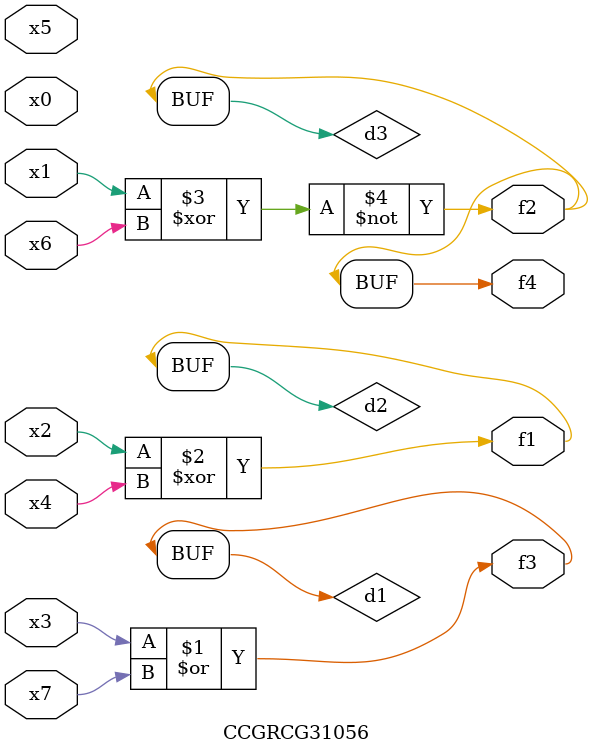
<source format=v>
module CCGRCG31056(
	input x0, x1, x2, x3, x4, x5, x6, x7,
	output f1, f2, f3, f4
);

	wire d1, d2, d3;

	or (d1, x3, x7);
	xor (d2, x2, x4);
	xnor (d3, x1, x6);
	assign f1 = d2;
	assign f2 = d3;
	assign f3 = d1;
	assign f4 = d3;
endmodule

</source>
